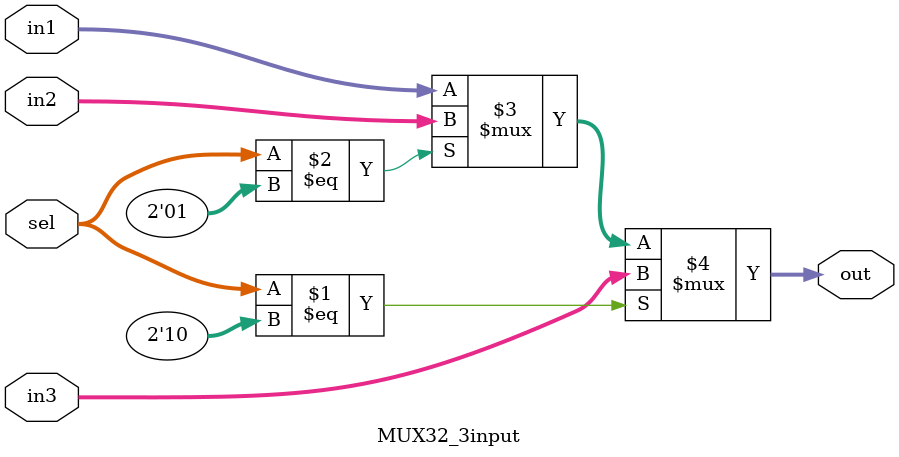
<source format=v>
module MUX32_3input(input[31:0] in1,in2,in3, input[1:0] sel, output[31:0] out);
  assign out = sel == 2'd2 ? in3 :
    sel == 2'd1 ? in2 : in1;
endmodule
</source>
